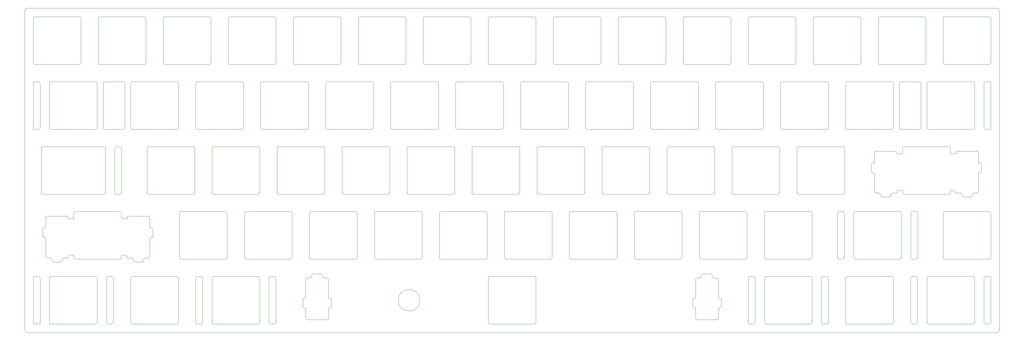
<source format=gbr>
%TF.GenerationSoftware,KiCad,Pcbnew,(6.0.2-0)*%
%TF.CreationDate,2024-03-25T07:46:48-04:00*%
%TF.ProjectId,platemount,706c6174-656d-46f7-956e-742e6b696361,rev?*%
%TF.SameCoordinates,Original*%
%TF.FileFunction,Profile,NP*%
%FSLAX46Y46*%
G04 Gerber Fmt 4.6, Leading zero omitted, Abs format (unit mm)*
G04 Created by KiCad (PCBNEW (6.0.2-0)) date 2024-03-25 07:46:48*
%MOMM*%
%LPD*%
G01*
G04 APERTURE LIST*
%TA.AperFunction,Profile*%
%ADD10C,0.100000*%
%TD*%
G04 APERTURE END LIST*
D10*
X235600000Y-122087500D02*
G75*
G03*
X235100000Y-121587500I-500001J-1D01*
G01*
X59675000Y-103037500D02*
X59675000Y-116037500D01*
X131112500Y-96987500D02*
G75*
G03*
X131612500Y-97487500I500001J1D01*
G01*
X295418750Y-141137500D02*
X295418750Y-154137500D01*
X260200000Y-121587500D02*
X273200000Y-121587500D01*
X295918750Y-140637500D02*
X308918750Y-140637500D01*
X56925000Y-103037500D02*
G75*
G03*
X56425000Y-102537500I-500001J-1D01*
G01*
X309418750Y-141137500D02*
G75*
G03*
X308918750Y-140637500I-500087J-87D01*
G01*
X302562500Y-96987500D02*
G75*
G03*
X303062500Y-97487500I500001J1D01*
G01*
X55412500Y-83487500D02*
X68412500Y-83487500D01*
X283225000Y-160187500D02*
X283225000Y-173187500D01*
X159400000Y-122087500D02*
G75*
G03*
X158900000Y-121587500I-500001J-1D01*
G01*
X301440850Y-134691500D02*
X301440850Y-129595500D01*
X163662500Y-97487500D02*
G75*
G03*
X164162500Y-96987500I-1J500001D01*
G01*
X131112500Y-83987500D02*
X131112500Y-96987500D01*
X68912500Y-83987500D02*
X68912500Y-96987500D01*
X57293750Y-122087500D02*
X57293750Y-135087500D01*
X316850000Y-116037500D02*
G75*
G03*
X317350000Y-116537500I500001J1D01*
G01*
X59675000Y-173187500D02*
G75*
G03*
X60175000Y-173687500I500001J1D01*
G01*
X89084150Y-145351500D02*
X89084150Y-142447900D01*
X140939900Y-172377100D02*
G75*
G03*
X141439900Y-171877100I-1J500001D01*
G01*
X269725000Y-159687500D02*
G75*
G03*
X269225000Y-160187500I1J-500001D01*
G01*
X264475000Y-160187500D02*
X264475000Y-173187500D01*
X221600000Y-135087500D02*
G75*
G03*
X222100000Y-135587500I500001J1D01*
G01*
X322112500Y-140637500D02*
X335112500Y-140637500D01*
X54925000Y-160187500D02*
X54925000Y-173187500D01*
X145900000Y-121587500D02*
X158900000Y-121587500D01*
X188262500Y-173187500D02*
G75*
G03*
X188762500Y-173687500I500001J1D01*
G01*
X131612500Y-83487500D02*
X144612500Y-83487500D01*
X269225000Y-160187500D02*
X269225000Y-173187500D01*
X103037500Y-116537500D02*
X116037500Y-116537500D01*
X282725000Y-173687500D02*
G75*
G03*
X283225000Y-173187500I-1J500001D01*
G01*
X269725000Y-173687500D02*
X282725000Y-173687500D01*
X57793750Y-135587500D02*
X75556250Y-135587500D01*
X278462500Y-83987500D02*
X278462500Y-96987500D01*
X137088500Y-158915100D02*
G75*
G03*
X136588500Y-159415100I1J-500001D01*
G01*
X249387500Y-116537500D02*
G75*
G03*
X249887500Y-116037500I-1J500001D01*
G01*
X330850000Y-103037500D02*
G75*
G03*
X330350000Y-102537500I-500001J-1D01*
G01*
X60175000Y-116537500D02*
X73175000Y-116537500D01*
X59856750Y-154241500D02*
X59053350Y-154241500D01*
X251388500Y-158915100D02*
G75*
G03*
X250888500Y-159415100I1J-500001D01*
G01*
X335612500Y-83987500D02*
X335612500Y-96987500D01*
X192737500Y-103037500D02*
X192737500Y-116037500D01*
X121300000Y-122087500D02*
X121300000Y-135087500D01*
X273200000Y-135587500D02*
G75*
G03*
X273700000Y-135087500I-1J500001D01*
G01*
X268937500Y-103037500D02*
X268937500Y-116037500D01*
X83987500Y-159687500D02*
G75*
G03*
X83487500Y-160187500I1J-500001D01*
G01*
X287987500Y-103037500D02*
G75*
G03*
X287487500Y-102537500I-500001J-1D01*
G01*
X76425000Y-173187500D02*
G75*
G03*
X76925000Y-173687500I500001J1D01*
G01*
X83987500Y-102537500D02*
X96987500Y-102537500D01*
X264975000Y-159687500D02*
G75*
G03*
X264475000Y-160187500I1J-500001D01*
G01*
X314100000Y-160187500D02*
X314100000Y-173187500D01*
X60356750Y-154909900D02*
G75*
G03*
X60856750Y-155409900I500087J87D01*
G01*
X333600000Y-173187500D02*
G75*
G03*
X334100000Y-173687500I500001J1D01*
G01*
X88750000Y-121587500D02*
G75*
G03*
X88250000Y-122087500I1J-500001D01*
G01*
X212075000Y-141137500D02*
X212075000Y-154137500D01*
X141439900Y-168973500D02*
X141439900Y-171877100D01*
X76056250Y-122087500D02*
G75*
G03*
X75556250Y-121587500I-500087J-87D01*
G01*
X245412500Y-83987500D02*
X245412500Y-96987500D01*
X317350000Y-173687500D02*
X330350000Y-173687500D01*
X106512500Y-97487500D02*
G75*
G03*
X107012500Y-96987500I-1J500001D01*
G01*
X264462500Y-83987500D02*
X264462500Y-96987500D01*
X202550000Y-122087500D02*
X202550000Y-135087500D01*
X55425000Y-159687500D02*
X56425000Y-159687500D01*
X314600000Y-116537500D02*
G75*
G03*
X315100000Y-116037500I-1J500001D01*
G01*
X97775000Y-154137500D02*
G75*
G03*
X98275000Y-154637500I500001J1D01*
G01*
X333600000Y-116037500D02*
G75*
G03*
X334100000Y-116537500I500001J1D01*
G01*
X58189750Y-145351500D02*
X58553350Y-145351500D01*
X297012500Y-97487500D02*
G75*
G03*
X297512500Y-96987500I-1J500001D01*
G01*
X313600000Y-173687500D02*
G75*
G03*
X314100000Y-173187500I-1J500001D01*
G01*
X226362500Y-96987500D02*
G75*
G03*
X226862500Y-97487500I500001J1D01*
G01*
X317350000Y-159687500D02*
X330350000Y-159687500D01*
X83487500Y-160187500D02*
X83487500Y-173187500D01*
X260200000Y-135587500D02*
X273200000Y-135587500D01*
X65208150Y-142760700D02*
X66819000Y-142760700D01*
X154925000Y-154137500D02*
G75*
G03*
X155425000Y-154637500I500001J1D01*
G01*
X140350000Y-122087500D02*
G75*
G03*
X139850000Y-121587500I-500001J-1D01*
G01*
X104550000Y-160187500D02*
X104550000Y-173187500D01*
X130825000Y-141137500D02*
G75*
G03*
X130325000Y-140637500I-500001J-1D01*
G01*
X60356750Y-154741500D02*
G75*
G03*
X59856750Y-154241500I-500001J-1D01*
G01*
X308918750Y-154637500D02*
G75*
G03*
X309418750Y-154137500I36J499964D01*
G01*
X102550000Y-160187500D02*
X102550000Y-173187500D01*
X327620250Y-136359900D02*
X329668250Y-136359900D01*
X322112500Y-97487500D02*
X335112500Y-97487500D01*
X231625000Y-140637500D02*
G75*
G03*
X231125000Y-141137500I1J-500001D01*
G01*
X335100000Y-116537500D02*
G75*
G03*
X335600000Y-116037500I-1J500001D01*
G01*
X188762500Y-159687500D02*
X201762500Y-159687500D01*
X73675000Y-103037500D02*
G75*
G03*
X73175000Y-102537500I-500001J-1D01*
G01*
X217337500Y-102537500D02*
G75*
G03*
X216837500Y-103037500I1J-500001D01*
G01*
X53387800Y-176212798D02*
X337137798Y-176212798D01*
X250675000Y-140637500D02*
G75*
G03*
X250175000Y-141137500I1J-500001D01*
G01*
X260200000Y-121587500D02*
G75*
G03*
X259700000Y-122087500I1J-500001D01*
G01*
X84232750Y-154741500D02*
G75*
G03*
X83732750Y-154241500I-500087J-87D01*
G01*
X303244250Y-135691500D02*
G75*
G03*
X302744250Y-135191500I-500087J-87D01*
G01*
X62904750Y-155409900D02*
X60856750Y-155409900D01*
X76425000Y-160187500D02*
X76425000Y-173187500D01*
X82429350Y-153954100D02*
G75*
G03*
X81929350Y-153454100I-500087J-87D01*
G01*
X286475000Y-159687500D02*
G75*
G03*
X285975000Y-160187500I1J-500001D01*
G01*
X139136500Y-158915100D02*
X137088500Y-158915100D01*
X287987500Y-103037500D02*
X287987500Y-116037500D01*
X293537500Y-159687500D02*
X306537500Y-159687500D01*
X87962500Y-83987500D02*
X87962500Y-96987500D01*
X202550000Y-135087500D02*
G75*
G03*
X203050000Y-135587500I500001J1D01*
G01*
X207312500Y-96987500D02*
G75*
G03*
X207812500Y-97487500I500001J1D01*
G01*
X59675000Y-160187500D02*
X59675000Y-173187500D01*
X126050000Y-160187500D02*
G75*
G03*
X125550000Y-159687500I-500001J-1D01*
G01*
X292668750Y-141137500D02*
X292668750Y-154137500D01*
X66819000Y-153454100D02*
X66818750Y-154137500D01*
X278750000Y-135087500D02*
G75*
G03*
X279250000Y-135587500I500001J1D01*
G01*
X323706000Y-134404100D02*
X324816850Y-134404100D01*
X102537500Y-116037500D02*
G75*
G03*
X103037500Y-116537500I500001J1D01*
G01*
X330350000Y-116537500D02*
G75*
G03*
X330850000Y-116037500I-1J500001D01*
G01*
X93012500Y-96987500D02*
G75*
G03*
X93512500Y-97487500I500001J1D01*
G01*
X307037500Y-160187500D02*
G75*
G03*
X306537500Y-159687500I-500001J-1D01*
G01*
X168925000Y-141137500D02*
X168925000Y-154137500D01*
X248721500Y-168973500D02*
X249085100Y-168973500D01*
X331471650Y-135191500D02*
G75*
G03*
X331971650Y-134691500I36J499964D01*
G01*
X184000000Y-121587500D02*
X197000000Y-121587500D01*
X104550000Y-160187500D02*
G75*
G03*
X104050000Y-159687500I-500001J-1D01*
G01*
X67318750Y-154637500D02*
X80318750Y-154637500D01*
X145400000Y-122087500D02*
X145400000Y-135087500D01*
X321612500Y-154137500D02*
G75*
G03*
X322112500Y-154637500I500001J1D01*
G01*
X182712500Y-97487500D02*
G75*
G03*
X183212500Y-96987500I-1J500001D01*
G01*
X293537500Y-102537500D02*
G75*
G03*
X293037500Y-103037500I1J-500001D01*
G01*
X255437500Y-102537500D02*
G75*
G03*
X254937500Y-103037500I1J-500001D01*
G01*
X203050000Y-135587500D02*
X216050000Y-135587500D01*
X66818750Y-154137500D02*
G75*
G03*
X67318750Y-154637500I500087J87D01*
G01*
X312668750Y-154637500D02*
X313668750Y-154637500D01*
X139850000Y-135587500D02*
G75*
G03*
X140350000Y-135087500I-1J500001D01*
G01*
X308095650Y-123397900D02*
G75*
G03*
X307595650Y-122897900I-500087J-87D01*
G01*
X80819000Y-153454100D02*
X80818750Y-154137500D01*
X139636500Y-159583500D02*
X139636500Y-159415100D01*
X55412500Y-97487500D02*
X68412500Y-97487500D01*
X178737500Y-116037500D02*
G75*
G03*
X179237500Y-116537500I500001J1D01*
G01*
X87780750Y-154241500D02*
X88584150Y-154241500D01*
X259700000Y-122087500D02*
X259700000Y-135087500D01*
X89584150Y-148145500D02*
G75*
G03*
X89084150Y-148645500I-36J-499964D01*
G01*
X136088500Y-160083500D02*
G75*
G03*
X136588500Y-159583500I-1J500001D01*
G01*
X317350000Y-102537500D02*
X330350000Y-102537500D01*
X212575000Y-140637500D02*
G75*
G03*
X212075000Y-141137500I1J-500001D01*
G01*
X89947750Y-148145500D02*
X89947750Y-145851500D01*
X89084150Y-153741500D02*
X89084150Y-148645500D01*
X82429350Y-153954100D02*
X82429350Y-154241500D01*
X308095650Y-123710700D02*
X309706000Y-123710700D01*
X98275000Y-140637500D02*
G75*
G03*
X97775000Y-141137500I1J-500001D01*
G01*
X325316850Y-123397900D02*
X325316850Y-123710700D01*
X254436500Y-160083500D02*
X255239900Y-160083500D01*
X216550000Y-122087500D02*
X216550000Y-135087500D01*
X60175000Y-102537500D02*
G75*
G03*
X59675000Y-103037500I1J-500001D01*
G01*
X316850000Y-103037500D02*
X316850000Y-116037500D01*
X88584150Y-154241500D02*
G75*
G03*
X89084150Y-153741500I36J499964D01*
G01*
X124550000Y-159687500D02*
G75*
G03*
X124050000Y-160187500I1J-500001D01*
G01*
X116537500Y-103037500D02*
X116537500Y-116037500D01*
X292750000Y-122087500D02*
G75*
G03*
X292250000Y-121587500I-500001J-1D01*
G01*
X173187500Y-116537500D02*
G75*
G03*
X173687500Y-116037500I-1J500001D01*
G01*
X279250000Y-121587500D02*
G75*
G03*
X278750000Y-122087500I1J-500001D01*
G01*
X308787500Y-116037500D02*
G75*
G03*
X309287500Y-116537500I500001J1D01*
G01*
X312600000Y-173687500D02*
X313600000Y-173687500D01*
X335612500Y-141137500D02*
G75*
G03*
X335112500Y-140637500I-500001J-1D01*
G01*
X226862500Y-83487500D02*
G75*
G03*
X226362500Y-83987500I1J-500001D01*
G01*
X122087500Y-116537500D02*
X135087500Y-116537500D01*
X317350000Y-116537500D02*
X330350000Y-116537500D01*
X307037500Y-103037500D02*
X307037500Y-116037500D01*
X245125000Y-141137500D02*
G75*
G03*
X244625000Y-140637500I-500001J-1D01*
G01*
X183500000Y-135087500D02*
G75*
G03*
X184000000Y-135587500I500001J1D01*
G01*
X184000000Y-135587500D02*
X197000000Y-135587500D01*
X314168750Y-141137500D02*
G75*
G03*
X313668750Y-140637500I-500087J-87D01*
G01*
X107012500Y-83987500D02*
X107012500Y-96987500D01*
X264962500Y-83487500D02*
X277962500Y-83487500D01*
X312668750Y-140637500D02*
X313668750Y-140637500D01*
X164162500Y-83987500D02*
G75*
G03*
X163662500Y-83487500I-500001J-1D01*
G01*
X255739900Y-160583500D02*
X255739900Y-165679500D01*
X269725000Y-140637500D02*
G75*
G03*
X269225000Y-141137500I1J-500001D01*
G01*
X301440850Y-126301500D02*
X301440850Y-123397900D01*
X293037500Y-173187500D02*
G75*
G03*
X293537500Y-173687500I500001J1D01*
G01*
X255239900Y-172377100D02*
G75*
G03*
X255739900Y-171877100I-1J500001D01*
G01*
X254650000Y-122087500D02*
G75*
G03*
X254150000Y-121587500I-500001J-1D01*
G01*
X309287500Y-102537500D02*
X314600000Y-102537500D01*
X173975000Y-141137500D02*
X173975000Y-154137500D01*
X221312500Y-83987500D02*
X221312500Y-96987500D01*
X254937500Y-103037500D02*
X254937500Y-116037500D01*
X226862500Y-83487500D02*
X239862500Y-83487500D01*
X335112500Y-154637500D02*
G75*
G03*
X335612500Y-154137500I-1J500001D01*
G01*
X236387500Y-102537500D02*
G75*
G03*
X235887500Y-103037500I1J-500001D01*
G01*
X53387800Y-80962800D02*
G75*
G03*
X52387800Y-81962800I-1J-999999D01*
G01*
X96987500Y-173687500D02*
G75*
G03*
X97487500Y-173187500I-1J500001D01*
G01*
X330168250Y-135859900D02*
X330168250Y-135691500D01*
X211787500Y-103037500D02*
G75*
G03*
X211287500Y-102537500I-500001J-1D01*
G01*
X300577250Y-129095500D02*
X300577250Y-126801500D01*
X321612500Y-96987500D02*
G75*
G03*
X322112500Y-97487500I500001J1D01*
G01*
X56925000Y-160187500D02*
G75*
G03*
X56425000Y-159687500I-500001J-1D01*
G01*
X139636500Y-159415100D02*
G75*
G03*
X139136500Y-158915100I-500001J-1D01*
G01*
X56925000Y-160187500D02*
X56925000Y-173187500D01*
X73675000Y-160187500D02*
X73675000Y-173187500D01*
X249887500Y-103037500D02*
X249887500Y-116037500D01*
X116537500Y-103037500D02*
G75*
G03*
X116037500Y-102537500I-500001J-1D01*
G01*
X335600000Y-103037500D02*
X335600000Y-116037500D01*
X78425000Y-160187500D02*
G75*
G03*
X77925000Y-159687500I-500001J-1D01*
G01*
X160187500Y-116537500D02*
X173187500Y-116537500D01*
X250388500Y-160083500D02*
G75*
G03*
X250888500Y-159583500I-1J500001D01*
G01*
X248585100Y-166179500D02*
G75*
G03*
X249085100Y-165679500I-1J500001D01*
G01*
X101750000Y-135587500D02*
G75*
G03*
X102250000Y-135087500I-1J500001D01*
G01*
X335612500Y-83987500D02*
G75*
G03*
X335112500Y-83487500I-500001J-1D01*
G01*
X284012500Y-83487500D02*
G75*
G03*
X283512500Y-83987500I1J-500001D01*
G01*
X327120250Y-135859900D02*
G75*
G03*
X327620250Y-136359900I500087J87D01*
G01*
X107300000Y-122087500D02*
X107300000Y-135087500D01*
X173687500Y-103037500D02*
X173687500Y-116037500D01*
X231625000Y-140637500D02*
X244625000Y-140637500D01*
X150662500Y-83487500D02*
G75*
G03*
X150162500Y-83987500I1J-500001D01*
G01*
X322112500Y-83487500D02*
G75*
G03*
X321612500Y-83987500I1J-500001D01*
G01*
X150162500Y-96987500D02*
G75*
G03*
X150662500Y-97487500I500001J1D01*
G01*
X179237500Y-116537500D02*
X192237500Y-116537500D01*
X93512500Y-97487500D02*
X106512500Y-97487500D01*
X133921500Y-168473500D02*
G75*
G03*
X134421500Y-168973500I500001J1D01*
G01*
X98275000Y-154637500D02*
X111275000Y-154637500D01*
X297512500Y-83987500D02*
G75*
G03*
X297012500Y-83487500I-500001J-1D01*
G01*
X169712500Y-83487500D02*
X182712500Y-83487500D01*
X145900000Y-135587500D02*
X158900000Y-135587500D01*
X203050000Y-121587500D02*
X216050000Y-121587500D01*
X179237500Y-102537500D02*
G75*
G03*
X178737500Y-103037500I1J-500001D01*
G01*
X80306250Y-135587500D02*
G75*
G03*
X80806250Y-135087500I36J499964D01*
G01*
X75556250Y-135587500D02*
G75*
G03*
X76056250Y-135087500I36J499964D01*
G01*
X188263000Y-168987500D02*
X188262500Y-173187500D01*
X269225000Y-154137500D02*
G75*
G03*
X269725000Y-154637500I500001J1D01*
G01*
X60175000Y-159687500D02*
G75*
G03*
X59675000Y-160187500I1J-500001D01*
G01*
X211287500Y-116537500D02*
G75*
G03*
X211787500Y-116037500I-1J500001D01*
G01*
X159400000Y-122087500D02*
X159400000Y-135087500D01*
X245412500Y-96987500D02*
G75*
G03*
X245912500Y-97487500I500001J1D01*
G01*
X241150000Y-121587500D02*
X254150000Y-121587500D01*
X256239900Y-166179500D02*
X256603500Y-166179500D01*
X135285100Y-160083500D02*
G75*
G03*
X134785100Y-160583500I1J-500001D01*
G01*
X203050000Y-121587500D02*
G75*
G03*
X202550000Y-122087500I1J-500001D01*
G01*
X286475000Y-159687500D02*
X287475000Y-159687500D01*
X76056250Y-122087500D02*
X76056250Y-135087500D01*
X198287500Y-116537500D02*
X211287500Y-116537500D01*
X292668750Y-141137500D02*
G75*
G03*
X292168750Y-140637500I-500087J-87D01*
G01*
X65208150Y-154241500D02*
X63904750Y-154241500D01*
X75925000Y-102537500D02*
X81237500Y-102537500D01*
X88750000Y-135587500D02*
X101750000Y-135587500D01*
X52387800Y-175212798D02*
X52387800Y-81962800D01*
X53387800Y-80962800D02*
X337137798Y-80962800D01*
X273700000Y-122087500D02*
X273700000Y-135087500D01*
X82429350Y-142760700D02*
X80819000Y-142760700D01*
X335600000Y-160187500D02*
G75*
G03*
X335100000Y-159687500I-500001J-1D01*
G01*
X235887500Y-103037500D02*
X235887500Y-116037500D01*
X126350000Y-135087500D02*
G75*
G03*
X126850000Y-135587500I500001J1D01*
G01*
X330850000Y-160187500D02*
X330850000Y-173187500D01*
X130325000Y-154637500D02*
G75*
G03*
X130825000Y-154137500I-1J500001D01*
G01*
X112562500Y-83487500D02*
G75*
G03*
X112062500Y-83987500I1J-500001D01*
G01*
X187975000Y-141137500D02*
X187975000Y-154137500D01*
X197500000Y-122087500D02*
G75*
G03*
X197000000Y-121587500I-500001J-1D01*
G01*
X116825000Y-154137500D02*
G75*
G03*
X117325000Y-154637500I500001J1D01*
G01*
X249887500Y-103037500D02*
G75*
G03*
X249387500Y-102537500I-500001J-1D01*
G01*
X125550000Y-173687500D02*
G75*
G03*
X126050000Y-173187500I-1J500001D01*
G01*
X322112500Y-140637500D02*
G75*
G03*
X321612500Y-141137500I1J-500001D01*
G01*
X97775000Y-141137500D02*
X97775000Y-154137500D01*
X309287500Y-116537500D02*
X314600000Y-116537500D01*
X221600000Y-122087500D02*
X221600000Y-135087500D01*
X55425000Y-116537500D02*
X56425000Y-116537500D01*
X102250000Y-122087500D02*
G75*
G03*
X101750000Y-121587500I-500001J-1D01*
G01*
X169212500Y-83987500D02*
X169212500Y-96987500D01*
X331471650Y-122897900D02*
X325816850Y-122897900D01*
X248585100Y-166179500D02*
X248221500Y-166179500D01*
X251388500Y-158915100D02*
X253436500Y-158915100D01*
X322112500Y-154637500D02*
X335112500Y-154637500D01*
X325816850Y-122897900D02*
G75*
G03*
X325316850Y-123397900I-36J-499964D01*
G01*
X160187500Y-102537500D02*
G75*
G03*
X159687500Y-103037500I1J-500001D01*
G01*
X307037500Y-103037500D02*
G75*
G03*
X306537500Y-102537500I-500001J-1D01*
G01*
X321612500Y-141137500D02*
X321612500Y-154137500D01*
X334100000Y-102537500D02*
G75*
G03*
X333600000Y-103037500I1J-500001D01*
G01*
X231125000Y-154137500D02*
G75*
G03*
X231625000Y-154637500I500001J1D01*
G01*
X202262500Y-83987500D02*
G75*
G03*
X201762500Y-83487500I-500001J-1D01*
G01*
X316062500Y-97487500D02*
G75*
G03*
X316562500Y-96987500I-1J500001D01*
G01*
X329668250Y-136359900D02*
G75*
G03*
X330168250Y-135859900I36J499964D01*
G01*
X80806250Y-122087500D02*
G75*
G03*
X80306250Y-121587500I-500087J-87D01*
G01*
X253936500Y-159415100D02*
X253936500Y-159583500D01*
X79306250Y-135587500D02*
X80306250Y-135587500D01*
X83987500Y-159687500D02*
X96987500Y-159687500D01*
X300940850Y-129095500D02*
X300577250Y-129095500D01*
X131612500Y-97487500D02*
X144612500Y-97487500D01*
X313668750Y-154637500D02*
G75*
G03*
X314168750Y-154137500I36J499964D01*
G01*
X291168750Y-140637500D02*
X292168750Y-140637500D01*
X154137500Y-116537500D02*
G75*
G03*
X154637500Y-116037500I-1J500001D01*
G01*
X212575000Y-140637500D02*
X225575000Y-140637500D01*
X178737500Y-103037500D02*
X178737500Y-116037500D01*
X120800000Y-135587500D02*
G75*
G03*
X121300000Y-135087500I-1J500001D01*
G01*
X302744250Y-135191500D02*
X301940850Y-135191500D01*
X274487500Y-116537500D02*
X287487500Y-116537500D01*
X135587500Y-103037500D02*
X135587500Y-116037500D01*
X259412500Y-83987500D02*
X259412500Y-96987500D01*
X141439900Y-165679500D02*
G75*
G03*
X141939900Y-166179500I500001J1D01*
G01*
X192737500Y-103037500D02*
G75*
G03*
X192237500Y-102537500I-500001J-1D01*
G01*
X316562500Y-83987500D02*
X316562500Y-96987500D01*
X197787500Y-103037500D02*
X197787500Y-116037500D01*
X107300000Y-160187500D02*
X107300000Y-173187500D01*
X60356750Y-154909900D02*
X60356750Y-154741500D01*
X136375000Y-154637500D02*
X149375000Y-154637500D01*
X58553350Y-153741500D02*
X58553350Y-148645500D01*
X103050000Y-173687500D02*
X104050000Y-173687500D01*
X80318750Y-154637500D02*
G75*
G03*
X80818750Y-154137500I36J499964D01*
G01*
X141137500Y-116537500D02*
X154137500Y-116537500D01*
X293537500Y-159687500D02*
G75*
G03*
X293037500Y-160187500I1J-500001D01*
G01*
X87780750Y-154241500D02*
G75*
G03*
X87280750Y-154741500I-36J-499964D01*
G01*
X144612500Y-97487500D02*
G75*
G03*
X145112500Y-96987500I-1J500001D01*
G01*
X258912500Y-97487500D02*
G75*
G03*
X259412500Y-96987500I-1J500001D01*
G01*
X212075000Y-154137500D02*
G75*
G03*
X212575000Y-154637500I500001J1D01*
G01*
X285975000Y-160187500D02*
X285975000Y-173187500D01*
X323706000Y-134404100D02*
X323706250Y-135087500D01*
X197500000Y-122087500D02*
X197500000Y-135087500D01*
X278750000Y-122087500D02*
X278750000Y-135087500D01*
X124050000Y-160187500D02*
X124050000Y-173187500D01*
X54912500Y-83987500D02*
X54912500Y-96987500D01*
X284012500Y-83487500D02*
X297012500Y-83487500D01*
X60175000Y-173687500D02*
X73175000Y-173687500D01*
X266475000Y-160187500D02*
G75*
G03*
X265975000Y-159687500I-500001J-1D01*
G01*
X303062500Y-83487500D02*
G75*
G03*
X302562500Y-83987500I1J-500001D01*
G01*
X273987500Y-103037500D02*
X273987500Y-116037500D01*
X60175000Y-102537500D02*
X73175000Y-102537500D01*
X293037500Y-160187500D02*
X293037500Y-173187500D01*
X168275000Y-166687500D02*
G75*
G03*
X168275000Y-166687500I-3175000J0D01*
G01*
X245912500Y-97487500D02*
X258912500Y-97487500D01*
X256103500Y-168973500D02*
X255739900Y-168973500D01*
X253936500Y-159583500D02*
G75*
G03*
X254436500Y-160083500I500001J1D01*
G01*
X206525000Y-154637500D02*
G75*
G03*
X207025000Y-154137500I-1J500001D01*
G01*
X159687500Y-116037500D02*
G75*
G03*
X160187500Y-116537500I500001J1D01*
G01*
X54912500Y-96987500D02*
G75*
G03*
X55412500Y-97487500I500001J1D01*
G01*
X250175000Y-154137500D02*
G75*
G03*
X250675000Y-154637500I500001J1D01*
G01*
X283225000Y-141137500D02*
X283225000Y-154137500D01*
X62904750Y-155409900D02*
G75*
G03*
X63404750Y-154909900I36J499964D01*
G01*
X179237500Y-102537500D02*
X192237500Y-102537500D01*
X268437500Y-116537500D02*
G75*
G03*
X268937500Y-116037500I-1J500001D01*
G01*
X254937500Y-116037500D02*
G75*
G03*
X255437500Y-116537500I500001J1D01*
G01*
X235887500Y-116037500D02*
G75*
G03*
X236387500Y-116537500I500001J1D01*
G01*
X216050000Y-135587500D02*
G75*
G03*
X216550000Y-135087500I-1J500001D01*
G01*
X58189750Y-145351500D02*
G75*
G03*
X57689750Y-145851500I1J-500001D01*
G01*
X241150000Y-121587500D02*
G75*
G03*
X240650000Y-122087500I1J-500001D01*
G01*
X279250000Y-135587500D02*
X292250000Y-135587500D01*
X158900000Y-135587500D02*
G75*
G03*
X159400000Y-135087500I-1J500001D01*
G01*
X192237500Y-116537500D02*
G75*
G03*
X192737500Y-116037500I-1J500001D01*
G01*
X187475000Y-154637500D02*
G75*
G03*
X187975000Y-154137500I-1J500001D01*
G01*
X264975000Y-159687500D02*
X265975000Y-159687500D01*
X74462500Y-83487500D02*
G75*
G03*
X73962500Y-83987500I1J-500001D01*
G01*
X88750000Y-121587500D02*
X101750000Y-121587500D01*
X302562500Y-83987500D02*
X302562500Y-96987500D01*
X264462500Y-96987500D02*
G75*
G03*
X264962500Y-97487500I500001J1D01*
G01*
X155425000Y-140637500D02*
G75*
G03*
X154925000Y-141137500I1J-500001D01*
G01*
X149875000Y-141137500D02*
X149875000Y-154137500D01*
X66818750Y-141137500D02*
X66819000Y-142760700D01*
X269725000Y-159687500D02*
X282725000Y-159687500D01*
X57689750Y-148145500D02*
X57689750Y-145851500D01*
X222100000Y-121587500D02*
G75*
G03*
X221600000Y-122087500I1J-500001D01*
G01*
X141137500Y-102537500D02*
X154137500Y-102537500D01*
X67318750Y-140637500D02*
G75*
G03*
X66818750Y-141137500I-36J-499964D01*
G01*
X253936500Y-159415100D02*
G75*
G03*
X253436500Y-158915100I-500001J-1D01*
G01*
X87962500Y-83987500D02*
G75*
G03*
X87462500Y-83487500I-500001J-1D01*
G01*
X264975000Y-173687500D02*
X265975000Y-173687500D01*
X65208150Y-142447900D02*
X65208150Y-142760700D01*
X193525000Y-154637500D02*
X206525000Y-154637500D01*
X75425000Y-103037500D02*
X75425000Y-116037500D01*
X309706000Y-134404100D02*
X308595650Y-134404100D01*
X244625000Y-154637500D02*
G75*
G03*
X245125000Y-154137500I-1J500001D01*
G01*
X327120250Y-135691500D02*
X327120250Y-135859900D01*
X198287500Y-102537500D02*
G75*
G03*
X197787500Y-103037500I1J-500001D01*
G01*
X134285100Y-166179500D02*
G75*
G03*
X134785100Y-165679500I-1J500001D01*
G01*
X83987500Y-173687500D02*
X96987500Y-173687500D01*
X308095650Y-135191500D02*
X306792250Y-135191500D01*
X130825000Y-141137500D02*
X130825000Y-154137500D01*
X93012500Y-83987500D02*
X93012500Y-96987500D01*
X73962500Y-96987500D02*
G75*
G03*
X74462500Y-97487500I500001J1D01*
G01*
X54925000Y-103037500D02*
X54925000Y-116037500D01*
X273700000Y-122087500D02*
G75*
G03*
X273200000Y-121587500I-500001J-1D01*
G01*
X77925000Y-173687500D02*
G75*
G03*
X78425000Y-173187500I-1J500001D01*
G01*
X264962500Y-83487500D02*
G75*
G03*
X264462500Y-83987500I1J-500001D01*
G01*
X291168750Y-154637500D02*
X292168750Y-154637500D01*
X174475000Y-140637500D02*
X187475000Y-140637500D01*
X56425000Y-116537500D02*
G75*
G03*
X56925000Y-116037500I-1J500001D01*
G01*
X164450000Y-135087500D02*
G75*
G03*
X164950000Y-135587500I500001J1D01*
G01*
X134785100Y-160583500D02*
X134785100Y-165679500D01*
X314168750Y-141137500D02*
X314168750Y-154137500D01*
X126850000Y-121587500D02*
G75*
G03*
X126350000Y-122087500I1J-500001D01*
G01*
X212575000Y-154637500D02*
X225575000Y-154637500D01*
X193525000Y-140637500D02*
X206525000Y-140637500D01*
X325316850Y-135191500D02*
X326620250Y-135191500D01*
X136588500Y-159415100D02*
X136588500Y-159583500D01*
X58553350Y-148645500D02*
G75*
G03*
X58053350Y-148145500I-500001J-1D01*
G01*
X323206250Y-135587500D02*
G75*
G03*
X323706250Y-135087500I36J499964D01*
G01*
X73962500Y-83987500D02*
X73962500Y-96987500D01*
X122087500Y-102537500D02*
X135087500Y-102537500D01*
X145112500Y-83987500D02*
X145112500Y-96987500D01*
X307037500Y-160187500D02*
X307037500Y-173187500D01*
X78806250Y-122087500D02*
X78806250Y-135087500D01*
X312100000Y-173187500D02*
G75*
G03*
X312600000Y-173687500I500001J1D01*
G01*
X249585100Y-160083500D02*
G75*
G03*
X249085100Y-160583500I1J-500001D01*
G01*
X303244250Y-135859900D02*
G75*
G03*
X303744250Y-136359900I500087J87D01*
G01*
X249085100Y-168973500D02*
X249085100Y-171877100D01*
X287487500Y-116537500D02*
G75*
G03*
X287987500Y-116037500I-1J500001D01*
G01*
X83987500Y-102537500D02*
G75*
G03*
X83487500Y-103037500I1J-500001D01*
G01*
X292750000Y-122087500D02*
X292750000Y-135087500D01*
X54925000Y-173187500D02*
G75*
G03*
X55425000Y-173687500I500001J1D01*
G01*
X136375000Y-140637500D02*
G75*
G03*
X135875000Y-141137500I1J-500001D01*
G01*
X82429350Y-142447900D02*
X82429350Y-142760700D01*
X103050000Y-159687500D02*
X104050000Y-159687500D01*
X75425000Y-116037500D02*
G75*
G03*
X75925000Y-116537500I500001J1D01*
G01*
X334100000Y-159687500D02*
G75*
G03*
X333600000Y-160187500I1J-500001D01*
G01*
X292250000Y-135587500D02*
G75*
G03*
X292750000Y-135087500I-1J500001D01*
G01*
X104050000Y-173687500D02*
G75*
G03*
X104550000Y-173187500I-1J500001D01*
G01*
X331971650Y-123397900D02*
G75*
G03*
X331471650Y-122897900I-500087J-87D01*
G01*
X334100000Y-116537500D02*
X335100000Y-116537500D01*
X121587500Y-103037500D02*
X121587500Y-116037500D01*
X149375000Y-154637500D02*
G75*
G03*
X149875000Y-154137500I-1J500001D01*
G01*
X79306250Y-121587500D02*
G75*
G03*
X78806250Y-122087500I-36J-499964D01*
G01*
X255739900Y-160583500D02*
G75*
G03*
X255239900Y-160083500I-500001J-1D01*
G01*
X116037500Y-116537500D02*
G75*
G03*
X116537500Y-116037500I-1J500001D01*
G01*
X325316850Y-134904100D02*
G75*
G03*
X324816850Y-134404100I-500087J-87D01*
G01*
X187975000Y-141137500D02*
G75*
G03*
X187475000Y-140637500I-500001J-1D01*
G01*
X67318750Y-140637500D02*
X80318750Y-140637500D01*
X293537500Y-102537500D02*
X306537500Y-102537500D01*
X338137798Y-81962800D02*
G75*
G03*
X337137798Y-80962800I-999999J1D01*
G01*
X97487500Y-160187500D02*
X97487500Y-173187500D01*
X335600000Y-160187500D02*
X335600000Y-173187500D01*
X84232750Y-154741500D02*
X84232750Y-154909900D01*
X222100000Y-135587500D02*
X235100000Y-135587500D01*
X207812500Y-83487500D02*
X220812500Y-83487500D01*
X173687500Y-103037500D02*
G75*
G03*
X173187500Y-102537500I-500001J-1D01*
G01*
X301440850Y-134691500D02*
G75*
G03*
X301940850Y-135191500I500087J87D01*
G01*
X73675000Y-160187500D02*
G75*
G03*
X73175000Y-159687500I-500001J-1D01*
G01*
X140637500Y-103037500D02*
X140637500Y-116037500D01*
X301940850Y-122897900D02*
G75*
G03*
X301440850Y-123397900I-36J-499964D01*
G01*
X284012500Y-97487500D02*
X297012500Y-97487500D01*
X117325000Y-154637500D02*
X130325000Y-154637500D01*
X141439900Y-160583500D02*
X141439900Y-165679500D01*
X96987500Y-116537500D02*
G75*
G03*
X97487500Y-116037500I-1J500001D01*
G01*
X54925000Y-116037500D02*
G75*
G03*
X55425000Y-116537500I500001J1D01*
G01*
X248221500Y-168473500D02*
G75*
G03*
X248721500Y-168973500I500001J1D01*
G01*
X323706250Y-122087500D02*
X323706000Y-123710700D01*
X168425000Y-154637500D02*
G75*
G03*
X168925000Y-154137500I-1J500001D01*
G01*
X256103500Y-168973500D02*
G75*
G03*
X256603500Y-168473500I-1J500001D01*
G01*
X332471650Y-129095500D02*
G75*
G03*
X331971650Y-129595500I-36J-499964D01*
G01*
X305792250Y-136359900D02*
G75*
G03*
X306292250Y-135859900I36J499964D01*
G01*
X86780750Y-155409900D02*
G75*
G03*
X87280750Y-154909900I36J499964D01*
G01*
X168925000Y-141137500D02*
G75*
G03*
X168425000Y-140637500I-500001J-1D01*
G01*
X73675000Y-103037500D02*
X73675000Y-116037500D01*
X55412500Y-83487500D02*
G75*
G03*
X54912500Y-83987500I1J-500001D01*
G01*
X283225000Y-160187500D02*
G75*
G03*
X282725000Y-159687500I-500001J-1D01*
G01*
X269725000Y-154637500D02*
X282725000Y-154637500D01*
X330668250Y-135191500D02*
G75*
G03*
X330168250Y-135691500I-36J-499964D01*
G01*
X83987500Y-116537500D02*
X96987500Y-116537500D01*
X330850000Y-103037500D02*
X330850000Y-116037500D01*
X254650000Y-122087500D02*
X254650000Y-135087500D01*
X107800000Y-173687500D02*
X120800000Y-173687500D01*
X255437500Y-102537500D02*
X268437500Y-102537500D01*
X269225000Y-141137500D02*
X269225000Y-154137500D01*
X309287500Y-102537500D02*
G75*
G03*
X308787500Y-103037500I1J-500001D01*
G01*
X134285100Y-166179500D02*
X133921500Y-166179500D01*
X301440850Y-129595500D02*
G75*
G03*
X300940850Y-129095500I-500087J-87D01*
G01*
X124550000Y-159687500D02*
X125550000Y-159687500D01*
X230337500Y-116537500D02*
G75*
G03*
X230837500Y-116037500I-1J500001D01*
G01*
X107800000Y-159687500D02*
X120800000Y-159687500D01*
X150662500Y-83487500D02*
X163662500Y-83487500D01*
X198287500Y-102537500D02*
X211287500Y-102537500D01*
X283512500Y-96987500D02*
G75*
G03*
X284012500Y-97487500I500001J1D01*
G01*
X145900000Y-121587500D02*
G75*
G03*
X145400000Y-122087500I1J-500001D01*
G01*
X111775000Y-141137500D02*
X111775000Y-154137500D01*
X126850000Y-121587500D02*
X139850000Y-121587500D01*
X188262500Y-96987500D02*
G75*
G03*
X188762500Y-97487500I500001J1D01*
G01*
X309706000Y-134404100D02*
X309706250Y-135087500D01*
X89584150Y-148145500D02*
X89947750Y-148145500D01*
X169212500Y-96987500D02*
G75*
G03*
X169712500Y-97487500I500001J1D01*
G01*
X112562500Y-83487500D02*
X125562500Y-83487500D01*
X135285100Y-172377100D02*
X140939900Y-172377100D01*
X141137500Y-102537500D02*
G75*
G03*
X140637500Y-103037500I1J-500001D01*
G01*
X201762500Y-173687500D02*
G75*
G03*
X202262500Y-173187500I-1J500001D01*
G01*
X145112500Y-83987500D02*
G75*
G03*
X144612500Y-83487500I-500001J-1D01*
G01*
X80818750Y-141137500D02*
G75*
G03*
X80318750Y-140637500I-500087J-87D01*
G01*
X217337500Y-102537500D02*
X230337500Y-102537500D01*
X122087500Y-102537500D02*
G75*
G03*
X121587500Y-103037500I1J-500001D01*
G01*
X83487500Y-116037500D02*
G75*
G03*
X83987500Y-116537500I500001J1D01*
G01*
X317350000Y-102537500D02*
G75*
G03*
X316850000Y-103037500I1J-500001D01*
G01*
X335100000Y-173687500D02*
G75*
G03*
X335600000Y-173187500I-1J500001D01*
G01*
X93512500Y-83487500D02*
G75*
G03*
X93012500Y-83987500I1J-500001D01*
G01*
X333600000Y-103037500D02*
X333600000Y-116037500D01*
X226075000Y-141137500D02*
X226075000Y-154137500D01*
X312600000Y-159687500D02*
X313600000Y-159687500D01*
X56425000Y-173687500D02*
G75*
G03*
X56925000Y-173187500I-1J500001D01*
G01*
X149875000Y-141137500D02*
G75*
G03*
X149375000Y-140637500I-500001J-1D01*
G01*
X293537500Y-173687500D02*
X306537500Y-173687500D01*
X84732750Y-155409900D02*
X86780750Y-155409900D01*
X250675000Y-140637500D02*
X263675000Y-140637500D01*
X126062500Y-83987500D02*
G75*
G03*
X125562500Y-83487500I-500001J-1D01*
G01*
X102550000Y-173187500D02*
G75*
G03*
X103050000Y-173687500I500001J1D01*
G01*
X325316850Y-134904100D02*
X325316850Y-135191500D01*
X68412500Y-97487500D02*
G75*
G03*
X68912500Y-96987500I-1J500001D01*
G01*
X134785100Y-168973500D02*
X134785100Y-171877100D01*
X164450000Y-122087500D02*
X164450000Y-135087500D01*
X309418750Y-141137500D02*
X309418750Y-154137500D01*
X60175000Y-159687500D02*
X73175000Y-159687500D01*
X283512500Y-83987500D02*
X283512500Y-96987500D01*
X79306250Y-121587500D02*
X80306250Y-121587500D01*
X230837500Y-103037500D02*
X230837500Y-116037500D01*
X217337500Y-116537500D02*
X230337500Y-116537500D01*
X160187500Y-102537500D02*
X173187500Y-102537500D01*
X250675000Y-154637500D02*
X263675000Y-154637500D01*
X287475000Y-173687500D02*
G75*
G03*
X287975000Y-173187500I-1J500001D01*
G01*
X107300000Y-173187500D02*
G75*
G03*
X107800000Y-173687500I500001J1D01*
G01*
X73175000Y-173687500D02*
G75*
G03*
X73675000Y-173187500I-1J500001D01*
G01*
X164950000Y-135587500D02*
X177950000Y-135587500D01*
X202262500Y-160187500D02*
G75*
G03*
X201762500Y-159687500I-500001J-1D01*
G01*
X221312500Y-83987500D02*
G75*
G03*
X220812500Y-83487500I-500001J-1D01*
G01*
X141803500Y-168973500D02*
G75*
G03*
X142303500Y-168473500I-1J500001D01*
G01*
X169712500Y-97487500D02*
X182712500Y-97487500D01*
X107800000Y-159687500D02*
G75*
G03*
X107300000Y-160187500I1J-500001D01*
G01*
X216837500Y-116037500D02*
G75*
G03*
X217337500Y-116537500I500001J1D01*
G01*
X140350000Y-122087500D02*
X140350000Y-135087500D01*
X136375000Y-140637500D02*
X149375000Y-140637500D01*
X66819000Y-153454100D02*
X65708150Y-153454100D01*
X332835250Y-129095500D02*
X332835250Y-126801500D01*
X231125000Y-141137500D02*
X231125000Y-154137500D01*
X268937500Y-103037500D02*
G75*
G03*
X268437500Y-102537500I-500001J-1D01*
G01*
X330668250Y-135191500D02*
X331471650Y-135191500D01*
X216550000Y-122087500D02*
G75*
G03*
X216050000Y-121587500I-500001J-1D01*
G01*
X230837500Y-103037500D02*
G75*
G03*
X230337500Y-102537500I-500001J-1D01*
G01*
X306292250Y-135691500D02*
X306292250Y-135859900D01*
X126062500Y-83987500D02*
X126062500Y-96987500D01*
X263675000Y-154637500D02*
G75*
G03*
X264175000Y-154137500I-1J500001D01*
G01*
X89447750Y-145351500D02*
X89084150Y-145351500D01*
X154637500Y-103037500D02*
G75*
G03*
X154137500Y-102537500I-500001J-1D01*
G01*
X332835250Y-126801500D02*
G75*
G03*
X332335250Y-126301500I-500087J-87D01*
G01*
X135087500Y-116537500D02*
G75*
G03*
X135587500Y-116037500I-1J500001D01*
G01*
X88250000Y-135087500D02*
G75*
G03*
X88750000Y-135587500I500001J1D01*
G01*
X245125000Y-141137500D02*
X245125000Y-154137500D01*
X169712500Y-83487500D02*
G75*
G03*
X169212500Y-83987500I1J-500001D01*
G01*
X283225000Y-141137500D02*
G75*
G03*
X282725000Y-140637500I-500001J-1D01*
G01*
X177950000Y-135587500D02*
G75*
G03*
X178450000Y-135087500I-1J500001D01*
G01*
X282725000Y-154637500D02*
G75*
G03*
X283225000Y-154137500I-1J500001D01*
G01*
X202262500Y-83987500D02*
X202262500Y-96987500D01*
X133921500Y-166179500D02*
X133921500Y-168473500D01*
X330350000Y-173687500D02*
G75*
G03*
X330850000Y-173187500I-1J500001D01*
G01*
X306537500Y-173687500D02*
G75*
G03*
X307037500Y-173187500I-1J500001D01*
G01*
X52387800Y-175212798D02*
G75*
G03*
X53387800Y-176212798I999999J-1D01*
G01*
X75925000Y-102537500D02*
G75*
G03*
X75425000Y-103037500I1J-500001D01*
G01*
X274487500Y-102537500D02*
X287487500Y-102537500D01*
X255739900Y-165679500D02*
G75*
G03*
X256239900Y-166179500I500001J1D01*
G01*
X164950000Y-121587500D02*
X177950000Y-121587500D01*
X87462500Y-97487500D02*
G75*
G03*
X87962500Y-96987500I-1J500001D01*
G01*
X58553350Y-153741500D02*
G75*
G03*
X59053350Y-154241500I500001J1D01*
G01*
X295918750Y-140637500D02*
G75*
G03*
X295418750Y-141137500I-36J-499964D01*
G01*
X68912500Y-83987500D02*
G75*
G03*
X68412500Y-83487500I-500001J-1D01*
G01*
X235600000Y-122087500D02*
X235600000Y-135087500D01*
X312168750Y-141137500D02*
X312168750Y-154137500D01*
X290668750Y-154137500D02*
G75*
G03*
X291168750Y-154637500I500087J87D01*
G01*
X193025000Y-154137500D02*
G75*
G03*
X193525000Y-154637500I500001J1D01*
G01*
X309706250Y-135087500D02*
G75*
G03*
X310206250Y-135587500I500087J87D01*
G01*
X226862500Y-97487500D02*
X239862500Y-97487500D01*
X74462500Y-83487500D02*
X87462500Y-83487500D01*
X312600000Y-159687500D02*
G75*
G03*
X312100000Y-160187500I1J-500001D01*
G01*
X337137798Y-176212798D02*
G75*
G03*
X338137798Y-175212798I1J999999D01*
G01*
X188762500Y-83487500D02*
G75*
G03*
X188262500Y-83987500I1J-500001D01*
G01*
X309706250Y-122087500D02*
X309706000Y-123710700D01*
X139636500Y-159583500D02*
G75*
G03*
X140136500Y-160083500I500001J1D01*
G01*
X107800000Y-121587500D02*
G75*
G03*
X107300000Y-122087500I1J-500001D01*
G01*
X107800000Y-121587500D02*
X120800000Y-121587500D01*
X222100000Y-121587500D02*
X235100000Y-121587500D01*
X140637500Y-116037500D02*
G75*
G03*
X141137500Y-116537500I500001J1D01*
G01*
X207025000Y-141137500D02*
G75*
G03*
X206525000Y-140637500I-500001J-1D01*
G01*
X59053350Y-141947900D02*
X64708150Y-141947900D01*
X173975000Y-154137500D02*
G75*
G03*
X174475000Y-154637500I500001J1D01*
G01*
X188762500Y-159687500D02*
G75*
G03*
X188262500Y-160187500I1J-500001D01*
G01*
X231625000Y-154637500D02*
X244625000Y-154637500D01*
X334100000Y-102537500D02*
X335100000Y-102537500D01*
X58053350Y-148145500D02*
X57689750Y-148145500D01*
X78425000Y-160187500D02*
X78425000Y-173187500D01*
X126850000Y-135587500D02*
X139850000Y-135587500D01*
X126050000Y-160187500D02*
X126050000Y-173187500D01*
X76925000Y-173687500D02*
X77925000Y-173687500D01*
X312100000Y-160187500D02*
X312100000Y-173187500D01*
X310206250Y-121587500D02*
X323206250Y-121587500D01*
X107012500Y-83987500D02*
G75*
G03*
X106512500Y-83487500I-500001J-1D01*
G01*
X178450000Y-122087500D02*
X178450000Y-135087500D01*
X308595650Y-134404100D02*
G75*
G03*
X308095650Y-134904100I-36J-499964D01*
G01*
X269225000Y-173187500D02*
G75*
G03*
X269725000Y-173687500I500001J1D01*
G01*
X310206250Y-135587500D02*
X323206250Y-135587500D01*
X274487500Y-102537500D02*
G75*
G03*
X273987500Y-103037500I1J-500001D01*
G01*
X63404750Y-154741500D02*
X63404750Y-154909900D01*
X103037500Y-102537500D02*
X116037500Y-102537500D01*
X55425000Y-102537500D02*
G75*
G03*
X54925000Y-103037500I1J-500001D01*
G01*
X334100000Y-159687500D02*
X335100000Y-159687500D01*
X255437500Y-116537500D02*
X268437500Y-116537500D01*
X78806250Y-135087500D02*
G75*
G03*
X79306250Y-135587500I500087J87D01*
G01*
X211787500Y-103037500D02*
X211787500Y-116037500D01*
X125562500Y-97487500D02*
G75*
G03*
X126062500Y-96987500I-1J500001D01*
G01*
X164950000Y-121587500D02*
G75*
G03*
X164450000Y-122087500I1J-500001D01*
G01*
X155425000Y-140637500D02*
X168425000Y-140637500D01*
X188762500Y-83487500D02*
X201762500Y-83487500D01*
X264475000Y-173187500D02*
G75*
G03*
X264975000Y-173687500I500001J1D01*
G01*
X141803500Y-168973500D02*
X141439900Y-168973500D01*
X301077250Y-126301500D02*
G75*
G03*
X300577250Y-126801500I-36J-499964D01*
G01*
X57793750Y-121587500D02*
X75556250Y-121587500D01*
X236387500Y-102537500D02*
X249387500Y-102537500D01*
X332335250Y-126301500D02*
X331971650Y-126301500D01*
X240362500Y-83987500D02*
G75*
G03*
X239862500Y-83487500I-500001J-1D01*
G01*
X225575000Y-154637500D02*
G75*
G03*
X226075000Y-154137500I-1J500001D01*
G01*
X135587500Y-103037500D02*
G75*
G03*
X135087500Y-102537500I-500001J-1D01*
G01*
X57293750Y-135087500D02*
G75*
G03*
X57793750Y-135587500I500001J1D01*
G01*
X81237500Y-116537500D02*
G75*
G03*
X81737500Y-116037500I-1J500001D01*
G01*
X207025000Y-141137500D02*
X207025000Y-154137500D01*
X97487500Y-160187500D02*
G75*
G03*
X96987500Y-159687500I-500001J-1D01*
G01*
X183212500Y-83987500D02*
X183212500Y-96987500D01*
X332471650Y-129095500D02*
X332835250Y-129095500D01*
X141939900Y-166179500D02*
X142303500Y-166179500D01*
X312668750Y-140637500D02*
G75*
G03*
X312168750Y-141137500I-36J-499964D01*
G01*
X316850000Y-160187500D02*
X316850000Y-173187500D01*
X287975000Y-160187500D02*
G75*
G03*
X287475000Y-159687500I-500001J-1D01*
G01*
X291168750Y-140637500D02*
G75*
G03*
X290668750Y-141137500I-36J-499964D01*
G01*
X325316850Y-123710700D02*
X323706000Y-123710700D01*
X249085100Y-171877100D02*
G75*
G03*
X249585100Y-172377100I500001J1D01*
G01*
X120800000Y-173687500D02*
G75*
G03*
X121300000Y-173187500I-1J500001D01*
G01*
X154637500Y-103037500D02*
X154637500Y-116037500D01*
X285975000Y-173187500D02*
G75*
G03*
X286475000Y-173687500I500001J1D01*
G01*
X142303500Y-166179500D02*
X142303500Y-168473500D01*
X287975000Y-160187500D02*
X287975000Y-173187500D01*
X111775000Y-141137500D02*
G75*
G03*
X111275000Y-140637500I-500001J-1D01*
G01*
X264962500Y-97487500D02*
X277962500Y-97487500D01*
X306792250Y-135191500D02*
G75*
G03*
X306292250Y-135691500I-36J-499964D01*
G01*
X303062500Y-83487500D02*
X316062500Y-83487500D01*
X159687500Y-103037500D02*
X159687500Y-116037500D01*
X240650000Y-135087500D02*
G75*
G03*
X241150000Y-135587500I500001J1D01*
G01*
X87280750Y-154909900D02*
X87280750Y-154741500D01*
X141439900Y-160583500D02*
G75*
G03*
X140939900Y-160083500I-500001J-1D01*
G01*
X264175000Y-141137500D02*
X264175000Y-154137500D01*
X89947750Y-145851500D02*
G75*
G03*
X89447750Y-145351500I-500087J-87D01*
G01*
X277962500Y-97487500D02*
G75*
G03*
X278462500Y-96987500I-1J500001D01*
G01*
X235100000Y-135587500D02*
G75*
G03*
X235600000Y-135087500I-1J500001D01*
G01*
X197787500Y-116037500D02*
G75*
G03*
X198287500Y-116537500I500001J1D01*
G01*
X293537500Y-116537500D02*
X306537500Y-116537500D01*
X240362500Y-83987500D02*
X240362500Y-96987500D01*
X197000000Y-135587500D02*
G75*
G03*
X197500000Y-135087500I-1J500001D01*
G01*
X245912500Y-83487500D02*
X258912500Y-83487500D01*
X259700000Y-135087500D02*
G75*
G03*
X260200000Y-135587500I500001J1D01*
G01*
X202263000Y-168987500D02*
X202262500Y-173187500D01*
X316850000Y-173187500D02*
G75*
G03*
X317350000Y-173687500I500001J1D01*
G01*
X240650000Y-122087500D02*
X240650000Y-135087500D01*
X226075000Y-141137500D02*
G75*
G03*
X225575000Y-140637500I-500001J-1D01*
G01*
X117325000Y-140637500D02*
G75*
G03*
X116825000Y-141137500I1J-500001D01*
G01*
X97487500Y-103037500D02*
X97487500Y-116037500D01*
X269725000Y-140637500D02*
X282725000Y-140637500D01*
X308787500Y-103037500D02*
X308787500Y-116037500D01*
X279250000Y-121587500D02*
X292250000Y-121587500D01*
X322112500Y-83487500D02*
X335112500Y-83487500D01*
X155425000Y-154637500D02*
X168425000Y-154637500D01*
X301940850Y-122897900D02*
X307595650Y-122897900D01*
X174475000Y-140637500D02*
G75*
G03*
X173975000Y-141137500I1J-500001D01*
G01*
X102250000Y-122087500D02*
X102250000Y-135087500D01*
X88584150Y-141947900D02*
X82929350Y-141947900D01*
X226362500Y-83987500D02*
X226362500Y-96987500D01*
X59053350Y-141947900D02*
G75*
G03*
X58553350Y-142447900I1J-500001D01*
G01*
X188262500Y-160187500D02*
X188263000Y-168987500D01*
X164162500Y-83987500D02*
X164162500Y-96987500D01*
X93512500Y-83487500D02*
X106512500Y-83487500D01*
X188762500Y-173687500D02*
X201762500Y-173687500D01*
X305792250Y-136359900D02*
X303744250Y-136359900D01*
X58553350Y-145351500D02*
X58553350Y-142447900D01*
X335612500Y-141137500D02*
X335612500Y-154137500D01*
X188762500Y-97487500D02*
X201762500Y-97487500D01*
X131612500Y-83487500D02*
G75*
G03*
X131112500Y-83987500I1J-500001D01*
G01*
X183212500Y-83987500D02*
G75*
G03*
X182712500Y-83487500I-500001J-1D01*
G01*
X303062500Y-97487500D02*
X316062500Y-97487500D01*
X126350000Y-122087500D02*
X126350000Y-135087500D01*
X103050000Y-159687500D02*
G75*
G03*
X102550000Y-160187500I1J-500001D01*
G01*
X112062500Y-83987500D02*
X112062500Y-96987500D01*
X150662500Y-97487500D02*
X163662500Y-97487500D01*
X239862500Y-97487500D02*
G75*
G03*
X240362500Y-96987500I-1J500001D01*
G01*
X236387500Y-116537500D02*
X249387500Y-116537500D01*
X135875000Y-141137500D02*
X135875000Y-154137500D01*
X317350000Y-159687500D02*
G75*
G03*
X316850000Y-160187500I1J-500001D01*
G01*
X121300000Y-122087500D02*
G75*
G03*
X120800000Y-121587500I-500001J-1D01*
G01*
X249085100Y-160583500D02*
X249085100Y-165679500D01*
X295418750Y-154137500D02*
G75*
G03*
X295918750Y-154637500I500087J87D01*
G01*
X174475000Y-154637500D02*
X187475000Y-154637500D01*
X111275000Y-154637500D02*
G75*
G03*
X111775000Y-154137500I-1J500001D01*
G01*
X292168750Y-154637500D02*
G75*
G03*
X292668750Y-154137500I36J499964D01*
G01*
X97487500Y-103037500D02*
G75*
G03*
X96987500Y-102537500I-500001J-1D01*
G01*
X76925000Y-159687500D02*
G75*
G03*
X76425000Y-160187500I1J-500001D01*
G01*
X56925000Y-103037500D02*
X56925000Y-116037500D01*
X297512500Y-83987500D02*
X297512500Y-96987500D01*
X80806250Y-122087500D02*
X80806250Y-135087500D01*
X107800000Y-135587500D02*
X120800000Y-135587500D01*
X183500000Y-122087500D02*
X183500000Y-135087500D01*
X335112500Y-97487500D02*
G75*
G03*
X335612500Y-96987500I-1J500001D01*
G01*
X193525000Y-140637500D02*
G75*
G03*
X193025000Y-141137500I1J-500001D01*
G01*
X207312500Y-83987500D02*
X207312500Y-96987500D01*
X323706250Y-122087500D02*
G75*
G03*
X323206250Y-121587500I-500087J-87D01*
G01*
X98275000Y-140637500D02*
X111275000Y-140637500D01*
X124050000Y-173187500D02*
G75*
G03*
X124550000Y-173687500I500001J1D01*
G01*
X241150000Y-135587500D02*
X254150000Y-135587500D01*
X202262500Y-160187500D02*
X202263000Y-168987500D01*
X178450000Y-122087500D02*
G75*
G03*
X177950000Y-121587500I-500001J-1D01*
G01*
X250175000Y-141137500D02*
X250175000Y-154137500D01*
X314100000Y-160187500D02*
G75*
G03*
X313600000Y-159687500I-500001J-1D01*
G01*
X259412500Y-83987500D02*
G75*
G03*
X258912500Y-83487500I-500001J-1D01*
G01*
X55425000Y-159687500D02*
G75*
G03*
X54925000Y-160187500I1J-500001D01*
G01*
X256603500Y-166179500D02*
X256603500Y-168473500D01*
X55425000Y-102537500D02*
X56425000Y-102537500D01*
X312168750Y-154137500D02*
G75*
G03*
X312668750Y-154637500I500087J87D01*
G01*
X81737500Y-103037500D02*
G75*
G03*
X81237500Y-102537500I-500001J-1D01*
G01*
X286475000Y-173687500D02*
X287475000Y-173687500D01*
X327120250Y-135691500D02*
G75*
G03*
X326620250Y-135191500I-500087J-87D01*
G01*
X80819000Y-153454100D02*
X81929350Y-153454100D01*
X334100000Y-173687500D02*
X335100000Y-173687500D01*
X81737500Y-103037500D02*
X81737500Y-116037500D01*
X135875000Y-154137500D02*
G75*
G03*
X136375000Y-154637500I500001J1D01*
G01*
X73175000Y-116537500D02*
G75*
G03*
X73675000Y-116037500I-1J500001D01*
G01*
X88250000Y-122087500D02*
X88250000Y-135087500D01*
X154925000Y-141137500D02*
X154925000Y-154137500D01*
X83487500Y-103037500D02*
X83487500Y-116037500D01*
X321612500Y-83987500D02*
X321612500Y-96987500D01*
X250888500Y-159583500D02*
X250888500Y-159415100D01*
X255739900Y-168973500D02*
X255739900Y-171877100D01*
X315100000Y-103037500D02*
G75*
G03*
X314600000Y-102537500I-500001J-1D01*
G01*
X57793750Y-121587500D02*
G75*
G03*
X57293750Y-122087500I1J-500001D01*
G01*
X249585100Y-160083500D02*
X250388500Y-160083500D01*
X293037500Y-116037500D02*
G75*
G03*
X293537500Y-116537500I500001J1D01*
G01*
X116825000Y-141137500D02*
X116825000Y-154137500D01*
X207812500Y-83487500D02*
G75*
G03*
X207312500Y-83987500I1J-500001D01*
G01*
X315100000Y-103037500D02*
X315100000Y-116037500D01*
X80818750Y-141137500D02*
X80819000Y-142760700D01*
X82929350Y-141947900D02*
G75*
G03*
X82429350Y-142447900I-36J-499964D01*
G01*
X220812500Y-97487500D02*
G75*
G03*
X221312500Y-96987500I-1J500001D01*
G01*
X335600000Y-103037500D02*
G75*
G03*
X335100000Y-102537500I-500001J-1D01*
G01*
X301077250Y-126301500D02*
X301440850Y-126301500D01*
X134421500Y-168973500D02*
X134785100Y-168973500D01*
X65208150Y-153954100D02*
X65208150Y-154241500D01*
X107300000Y-135087500D02*
G75*
G03*
X107800000Y-135587500I500001J1D01*
G01*
X278462500Y-83987500D02*
G75*
G03*
X277962500Y-83487500I-500001J-1D01*
G01*
X59675000Y-116037500D02*
G75*
G03*
X60175000Y-116537500I500001J1D01*
G01*
X121300000Y-160187500D02*
G75*
G03*
X120800000Y-159687500I-500001J-1D01*
G01*
X140939900Y-160083500D02*
X140136500Y-160083500D01*
X330850000Y-160187500D02*
G75*
G03*
X330350000Y-159687500I-500001J-1D01*
G01*
X193025000Y-141137500D02*
X193025000Y-154137500D01*
X248221500Y-166179500D02*
X248221500Y-168473500D01*
X331971650Y-126301500D02*
X331971650Y-123397900D01*
X112562500Y-97487500D02*
X125562500Y-97487500D01*
X290668750Y-141137500D02*
X290668750Y-154137500D01*
X273987500Y-116037500D02*
G75*
G03*
X274487500Y-116537500I500001J1D01*
G01*
X65708150Y-153454100D02*
G75*
G03*
X65208150Y-153954100I-36J-499964D01*
G01*
X308095650Y-134904100D02*
X308095650Y-135191500D01*
X82429350Y-154241500D02*
X83732750Y-154241500D01*
X63904750Y-154241500D02*
G75*
G03*
X63404750Y-154741500I-36J-499964D01*
G01*
X266475000Y-160187500D02*
X266475000Y-173187500D01*
X184000000Y-121587500D02*
G75*
G03*
X183500000Y-122087500I1J-500001D01*
G01*
X136088500Y-160083500D02*
X135285100Y-160083500D01*
X103037500Y-102537500D02*
G75*
G03*
X102537500Y-103037500I1J-500001D01*
G01*
X306537500Y-116537500D02*
G75*
G03*
X307037500Y-116037500I-1J500001D01*
G01*
X295918750Y-154637500D02*
X308918750Y-154637500D01*
X264175000Y-141137500D02*
G75*
G03*
X263675000Y-140637500I-500001J-1D01*
G01*
X201762500Y-97487500D02*
G75*
G03*
X202262500Y-96987500I-1J500001D01*
G01*
X112062500Y-96987500D02*
G75*
G03*
X112562500Y-97487500I500001J1D01*
G01*
X310206250Y-121587500D02*
G75*
G03*
X309706250Y-122087500I-36J-499964D01*
G01*
X121587500Y-116037500D02*
G75*
G03*
X122087500Y-116537500I500001J1D01*
G01*
X145400000Y-135087500D02*
G75*
G03*
X145900000Y-135587500I500001J1D01*
G01*
X117325000Y-140637500D02*
X130325000Y-140637500D01*
X74462500Y-97487500D02*
X87462500Y-97487500D01*
X331971650Y-134691500D02*
X331971650Y-129595500D01*
X303244250Y-135859900D02*
X303244250Y-135691500D01*
X265975000Y-173687500D02*
G75*
G03*
X266475000Y-173187500I-1J500001D01*
G01*
X316562500Y-83987500D02*
G75*
G03*
X316062500Y-83487500I-500001J-1D01*
G01*
X84232750Y-154909900D02*
G75*
G03*
X84732750Y-155409900I500087J87D01*
G01*
X308095650Y-123397900D02*
X308095650Y-123710700D01*
X255239900Y-172377100D02*
X249585100Y-172377100D01*
X338137798Y-175212798D02*
X338137798Y-81962800D01*
X124550000Y-173687500D02*
X125550000Y-173687500D01*
X293037500Y-103037500D02*
X293037500Y-116037500D01*
X89084150Y-142447900D02*
G75*
G03*
X88584150Y-141947900I-500087J-87D01*
G01*
X75925000Y-116537500D02*
X81237500Y-116537500D01*
X134785100Y-171877100D02*
G75*
G03*
X135285100Y-172377100I500001J1D01*
G01*
X188262500Y-83987500D02*
X188262500Y-96987500D01*
X76925000Y-159687500D02*
X77925000Y-159687500D01*
X245912500Y-83487500D02*
G75*
G03*
X245412500Y-83987500I1J-500001D01*
G01*
X102537500Y-103037500D02*
X102537500Y-116037500D01*
X254150000Y-135587500D02*
G75*
G03*
X254650000Y-135087500I-1J500001D01*
G01*
X83487500Y-173187500D02*
G75*
G03*
X83987500Y-173687500I500001J1D01*
G01*
X121300000Y-160187500D02*
X121300000Y-173187500D01*
X65208150Y-142447900D02*
G75*
G03*
X64708150Y-141947900I-500087J-87D01*
G01*
X207812500Y-97487500D02*
X220812500Y-97487500D01*
X55425000Y-173687500D02*
X56425000Y-173687500D01*
X333600000Y-160187500D02*
X333600000Y-173187500D01*
X216837500Y-103037500D02*
X216837500Y-116037500D01*
X150162500Y-83987500D02*
X150162500Y-96987500D01*
M02*

</source>
